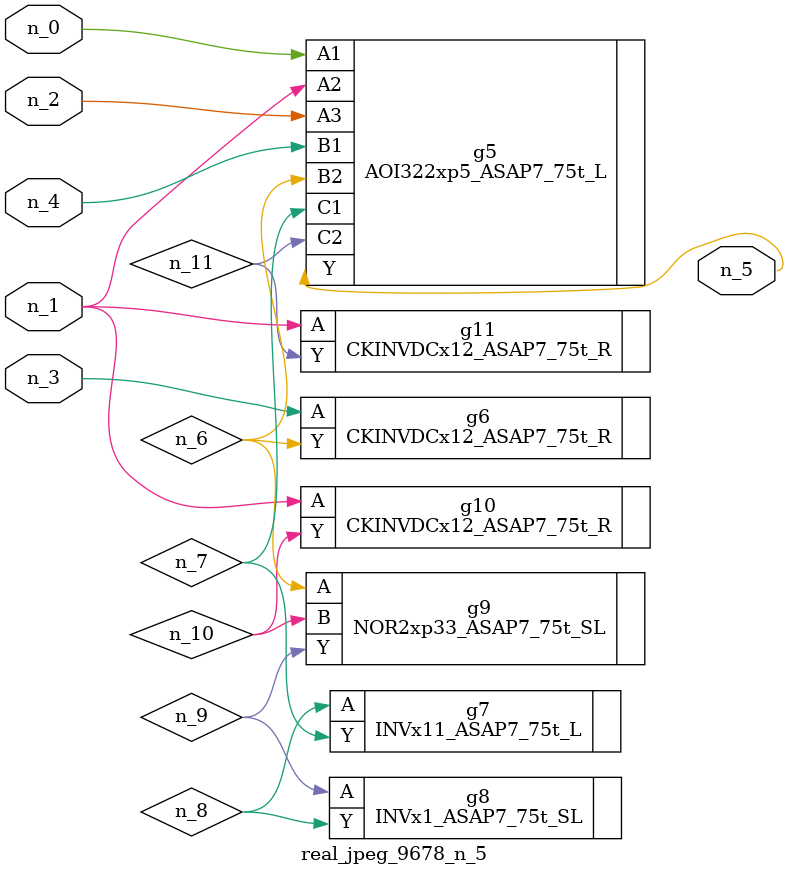
<source format=v>
module real_jpeg_9678_n_5 (n_4, n_0, n_1, n_2, n_3, n_5);

input n_4;
input n_0;
input n_1;
input n_2;
input n_3;

output n_5;

wire n_8;
wire n_11;
wire n_6;
wire n_7;
wire n_10;
wire n_9;

AOI322xp5_ASAP7_75t_L g5 ( 
.A1(n_0),
.A2(n_1),
.A3(n_2),
.B1(n_4),
.B2(n_6),
.C1(n_7),
.C2(n_11),
.Y(n_5)
);

CKINVDCx12_ASAP7_75t_R g10 ( 
.A(n_1),
.Y(n_10)
);

CKINVDCx12_ASAP7_75t_R g11 ( 
.A(n_1),
.Y(n_11)
);

CKINVDCx12_ASAP7_75t_R g6 ( 
.A(n_3),
.Y(n_6)
);

NOR2xp33_ASAP7_75t_SL g9 ( 
.A(n_6),
.B(n_10),
.Y(n_9)
);

INVx11_ASAP7_75t_L g7 ( 
.A(n_8),
.Y(n_7)
);

INVx1_ASAP7_75t_SL g8 ( 
.A(n_9),
.Y(n_8)
);


endmodule
</source>
